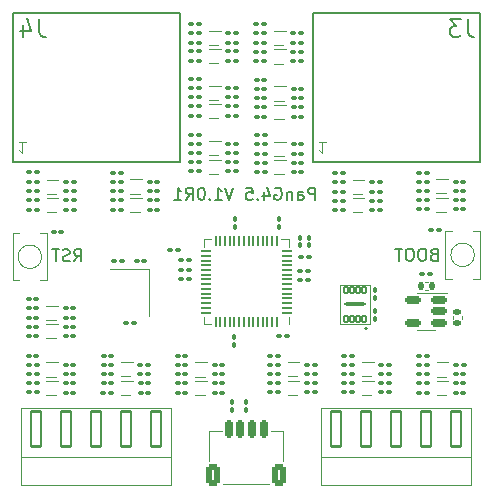
<source format=gbo>
G04 #@! TF.GenerationSoftware,KiCad,Pcbnew,7.0.10-7.0.10~ubuntu22.04.1*
G04 #@! TF.CreationDate,2024-06-09T21:40:06-07:00*
G04 #@! TF.ProjectId,driver_cplex_rp2040,64726976-6572-45f6-9370-6c65785f7270,rev?*
G04 #@! TF.SameCoordinates,Original*
G04 #@! TF.FileFunction,Legend,Bot*
G04 #@! TF.FilePolarity,Positive*
%FSLAX46Y46*%
G04 Gerber Fmt 4.6, Leading zero omitted, Abs format (unit mm)*
G04 Created by KiCad (PCBNEW 7.0.10-7.0.10~ubuntu22.04.1) date 2024-06-09 21:40:06*
%MOMM*%
%LPD*%
G01*
G04 APERTURE LIST*
G04 Aperture macros list*
%AMRoundRect*
0 Rectangle with rounded corners*
0 $1 Rounding radius*
0 $2 $3 $4 $5 $6 $7 $8 $9 X,Y pos of 4 corners*
0 Add a 4 corners polygon primitive as box body*
4,1,4,$2,$3,$4,$5,$6,$7,$8,$9,$2,$3,0*
0 Add four circle primitives for the rounded corners*
1,1,$1+$1,$2,$3*
1,1,$1+$1,$4,$5*
1,1,$1+$1,$6,$7*
1,1,$1+$1,$8,$9*
0 Add four rect primitives between the rounded corners*
20,1,$1+$1,$2,$3,$4,$5,0*
20,1,$1+$1,$4,$5,$6,$7,0*
20,1,$1+$1,$6,$7,$8,$9,0*
20,1,$1+$1,$8,$9,$2,$3,0*%
G04 Aperture macros list end*
%ADD10C,0.203200*%
%ADD11C,0.150000*%
%ADD12C,0.100000*%
%ADD13C,0.120000*%
%ADD14C,0.200000*%
%ADD15RoundRect,0.100000X0.130000X0.100000X-0.130000X0.100000X-0.130000X-0.100000X0.130000X-0.100000X0*%
%ADD16RoundRect,0.100000X-0.130000X-0.100000X0.130000X-0.100000X0.130000X0.100000X-0.130000X0.100000X0*%
%ADD17R,0.350000X0.200000*%
%ADD18RoundRect,0.140000X-0.140000X-0.170000X0.140000X-0.170000X0.140000X0.170000X-0.140000X0.170000X0*%
%ADD19RoundRect,0.150000X0.150000X0.625000X-0.150000X0.625000X-0.150000X-0.625000X0.150000X-0.625000X0*%
%ADD20RoundRect,0.250000X0.350000X0.650000X-0.350000X0.650000X-0.350000X-0.650000X0.350000X-0.650000X0*%
%ADD21R,1.800000X1.350000*%
%ADD22RoundRect,0.102000X-0.408000X-1.483000X0.408000X-1.483000X0.408000X1.483000X-0.408000X1.483000X0*%
%ADD23RoundRect,0.102000X0.175000X-0.245000X0.175000X0.245000X-0.175000X0.245000X-0.175000X-0.245000X0*%
%ADD24RoundRect,0.102000X-0.175000X0.245000X-0.175000X-0.245000X0.175000X-0.245000X0.175000X0.245000X0*%
%ADD25RoundRect,0.102000X0.800000X-0.100000X0.800000X0.100000X-0.800000X0.100000X-0.800000X-0.100000X0*%
%ADD26RoundRect,0.100000X-0.100000X0.130000X-0.100000X-0.130000X0.100000X-0.130000X0.100000X0.130000X0*%
%ADD27R,1.200000X1.400000*%
%ADD28RoundRect,0.100000X0.100000X-0.130000X0.100000X0.130000X-0.100000X0.130000X-0.100000X-0.130000X0*%
%ADD29RoundRect,0.050000X0.050000X-0.387500X0.050000X0.387500X-0.050000X0.387500X-0.050000X-0.387500X0*%
%ADD30RoundRect,0.050000X0.387500X-0.050000X0.387500X0.050000X-0.387500X0.050000X-0.387500X-0.050000X0*%
%ADD31R,3.200000X3.200000*%
%ADD32RoundRect,0.150000X0.512500X0.150000X-0.512500X0.150000X-0.512500X-0.150000X0.512500X-0.150000X0*%
%ADD33RoundRect,0.140000X0.170000X-0.140000X0.170000X0.140000X-0.170000X0.140000X-0.170000X-0.140000X0*%
G04 APERTURE END LIST*
D10*
X85878856Y-70437263D02*
X85733713Y-70485644D01*
X85733713Y-70485644D02*
X85685332Y-70534025D01*
X85685332Y-70534025D02*
X85636951Y-70630787D01*
X85636951Y-70630787D02*
X85636951Y-70775930D01*
X85636951Y-70775930D02*
X85685332Y-70872692D01*
X85685332Y-70872692D02*
X85733713Y-70921073D01*
X85733713Y-70921073D02*
X85830475Y-70969453D01*
X85830475Y-70969453D02*
X86217523Y-70969453D01*
X86217523Y-70969453D02*
X86217523Y-69953453D01*
X86217523Y-69953453D02*
X85878856Y-69953453D01*
X85878856Y-69953453D02*
X85782094Y-70001834D01*
X85782094Y-70001834D02*
X85733713Y-70050215D01*
X85733713Y-70050215D02*
X85685332Y-70146977D01*
X85685332Y-70146977D02*
X85685332Y-70243739D01*
X85685332Y-70243739D02*
X85733713Y-70340501D01*
X85733713Y-70340501D02*
X85782094Y-70388882D01*
X85782094Y-70388882D02*
X85878856Y-70437263D01*
X85878856Y-70437263D02*
X86217523Y-70437263D01*
X85007999Y-69953453D02*
X84814475Y-69953453D01*
X84814475Y-69953453D02*
X84717713Y-70001834D01*
X84717713Y-70001834D02*
X84620951Y-70098596D01*
X84620951Y-70098596D02*
X84572570Y-70292120D01*
X84572570Y-70292120D02*
X84572570Y-70630787D01*
X84572570Y-70630787D02*
X84620951Y-70824311D01*
X84620951Y-70824311D02*
X84717713Y-70921073D01*
X84717713Y-70921073D02*
X84814475Y-70969453D01*
X84814475Y-70969453D02*
X85007999Y-70969453D01*
X85007999Y-70969453D02*
X85104761Y-70921073D01*
X85104761Y-70921073D02*
X85201523Y-70824311D01*
X85201523Y-70824311D02*
X85249904Y-70630787D01*
X85249904Y-70630787D02*
X85249904Y-70292120D01*
X85249904Y-70292120D02*
X85201523Y-70098596D01*
X85201523Y-70098596D02*
X85104761Y-70001834D01*
X85104761Y-70001834D02*
X85007999Y-69953453D01*
X83943618Y-69953453D02*
X83750094Y-69953453D01*
X83750094Y-69953453D02*
X83653332Y-70001834D01*
X83653332Y-70001834D02*
X83556570Y-70098596D01*
X83556570Y-70098596D02*
X83508189Y-70292120D01*
X83508189Y-70292120D02*
X83508189Y-70630787D01*
X83508189Y-70630787D02*
X83556570Y-70824311D01*
X83556570Y-70824311D02*
X83653332Y-70921073D01*
X83653332Y-70921073D02*
X83750094Y-70969453D01*
X83750094Y-70969453D02*
X83943618Y-70969453D01*
X83943618Y-70969453D02*
X84040380Y-70921073D01*
X84040380Y-70921073D02*
X84137142Y-70824311D01*
X84137142Y-70824311D02*
X84185523Y-70630787D01*
X84185523Y-70630787D02*
X84185523Y-70292120D01*
X84185523Y-70292120D02*
X84137142Y-70098596D01*
X84137142Y-70098596D02*
X84040380Y-70001834D01*
X84040380Y-70001834D02*
X83943618Y-69953453D01*
X83217904Y-69953453D02*
X82637332Y-69953453D01*
X82927618Y-70969453D02*
X82927618Y-69953453D01*
X55426380Y-71009453D02*
X55765047Y-70525644D01*
X56006952Y-71009453D02*
X56006952Y-69993453D01*
X56006952Y-69993453D02*
X55619904Y-69993453D01*
X55619904Y-69993453D02*
X55523142Y-70041834D01*
X55523142Y-70041834D02*
X55474761Y-70090215D01*
X55474761Y-70090215D02*
X55426380Y-70186977D01*
X55426380Y-70186977D02*
X55426380Y-70332120D01*
X55426380Y-70332120D02*
X55474761Y-70428882D01*
X55474761Y-70428882D02*
X55523142Y-70477263D01*
X55523142Y-70477263D02*
X55619904Y-70525644D01*
X55619904Y-70525644D02*
X56006952Y-70525644D01*
X55039333Y-70961073D02*
X54894190Y-71009453D01*
X54894190Y-71009453D02*
X54652285Y-71009453D01*
X54652285Y-71009453D02*
X54555523Y-70961073D01*
X54555523Y-70961073D02*
X54507142Y-70912692D01*
X54507142Y-70912692D02*
X54458761Y-70815930D01*
X54458761Y-70815930D02*
X54458761Y-70719168D01*
X54458761Y-70719168D02*
X54507142Y-70622406D01*
X54507142Y-70622406D02*
X54555523Y-70574025D01*
X54555523Y-70574025D02*
X54652285Y-70525644D01*
X54652285Y-70525644D02*
X54845809Y-70477263D01*
X54845809Y-70477263D02*
X54942571Y-70428882D01*
X54942571Y-70428882D02*
X54990952Y-70380501D01*
X54990952Y-70380501D02*
X55039333Y-70283739D01*
X55039333Y-70283739D02*
X55039333Y-70186977D01*
X55039333Y-70186977D02*
X54990952Y-70090215D01*
X54990952Y-70090215D02*
X54942571Y-70041834D01*
X54942571Y-70041834D02*
X54845809Y-69993453D01*
X54845809Y-69993453D02*
X54603904Y-69993453D01*
X54603904Y-69993453D02*
X54458761Y-70041834D01*
X54168476Y-69993453D02*
X53587904Y-69993453D01*
X53878190Y-71009453D02*
X53878190Y-69993453D01*
X75816666Y-65799453D02*
X75816666Y-64783453D01*
X75816666Y-64783453D02*
X75429618Y-64783453D01*
X75429618Y-64783453D02*
X75332856Y-64831834D01*
X75332856Y-64831834D02*
X75284475Y-64880215D01*
X75284475Y-64880215D02*
X75236094Y-64976977D01*
X75236094Y-64976977D02*
X75236094Y-65122120D01*
X75236094Y-65122120D02*
X75284475Y-65218882D01*
X75284475Y-65218882D02*
X75332856Y-65267263D01*
X75332856Y-65267263D02*
X75429618Y-65315644D01*
X75429618Y-65315644D02*
X75816666Y-65315644D01*
X74365237Y-65799453D02*
X74365237Y-65267263D01*
X74365237Y-65267263D02*
X74413618Y-65170501D01*
X74413618Y-65170501D02*
X74510380Y-65122120D01*
X74510380Y-65122120D02*
X74703904Y-65122120D01*
X74703904Y-65122120D02*
X74800666Y-65170501D01*
X74365237Y-65751073D02*
X74461999Y-65799453D01*
X74461999Y-65799453D02*
X74703904Y-65799453D01*
X74703904Y-65799453D02*
X74800666Y-65751073D01*
X74800666Y-65751073D02*
X74849047Y-65654311D01*
X74849047Y-65654311D02*
X74849047Y-65557549D01*
X74849047Y-65557549D02*
X74800666Y-65460787D01*
X74800666Y-65460787D02*
X74703904Y-65412406D01*
X74703904Y-65412406D02*
X74461999Y-65412406D01*
X74461999Y-65412406D02*
X74365237Y-65364025D01*
X73881428Y-65122120D02*
X73881428Y-65799453D01*
X73881428Y-65218882D02*
X73833047Y-65170501D01*
X73833047Y-65170501D02*
X73736285Y-65122120D01*
X73736285Y-65122120D02*
X73591142Y-65122120D01*
X73591142Y-65122120D02*
X73494380Y-65170501D01*
X73494380Y-65170501D02*
X73445999Y-65267263D01*
X73445999Y-65267263D02*
X73445999Y-65799453D01*
X72429999Y-64831834D02*
X72526761Y-64783453D01*
X72526761Y-64783453D02*
X72671904Y-64783453D01*
X72671904Y-64783453D02*
X72817047Y-64831834D01*
X72817047Y-64831834D02*
X72913809Y-64928596D01*
X72913809Y-64928596D02*
X72962190Y-65025358D01*
X72962190Y-65025358D02*
X73010571Y-65218882D01*
X73010571Y-65218882D02*
X73010571Y-65364025D01*
X73010571Y-65364025D02*
X72962190Y-65557549D01*
X72962190Y-65557549D02*
X72913809Y-65654311D01*
X72913809Y-65654311D02*
X72817047Y-65751073D01*
X72817047Y-65751073D02*
X72671904Y-65799453D01*
X72671904Y-65799453D02*
X72575142Y-65799453D01*
X72575142Y-65799453D02*
X72429999Y-65751073D01*
X72429999Y-65751073D02*
X72381618Y-65702692D01*
X72381618Y-65702692D02*
X72381618Y-65364025D01*
X72381618Y-65364025D02*
X72575142Y-65364025D01*
X71510761Y-65122120D02*
X71510761Y-65799453D01*
X71752666Y-64735073D02*
X71994571Y-65460787D01*
X71994571Y-65460787D02*
X71365618Y-65460787D01*
X70978571Y-65702692D02*
X70930190Y-65751073D01*
X70930190Y-65751073D02*
X70978571Y-65799453D01*
X70978571Y-65799453D02*
X71026952Y-65751073D01*
X71026952Y-65751073D02*
X70978571Y-65702692D01*
X70978571Y-65702692D02*
X70978571Y-65799453D01*
X70010951Y-64783453D02*
X70494761Y-64783453D01*
X70494761Y-64783453D02*
X70543142Y-65267263D01*
X70543142Y-65267263D02*
X70494761Y-65218882D01*
X70494761Y-65218882D02*
X70397999Y-65170501D01*
X70397999Y-65170501D02*
X70156094Y-65170501D01*
X70156094Y-65170501D02*
X70059332Y-65218882D01*
X70059332Y-65218882D02*
X70010951Y-65267263D01*
X70010951Y-65267263D02*
X69962570Y-65364025D01*
X69962570Y-65364025D02*
X69962570Y-65605930D01*
X69962570Y-65605930D02*
X70010951Y-65702692D01*
X70010951Y-65702692D02*
X70059332Y-65751073D01*
X70059332Y-65751073D02*
X70156094Y-65799453D01*
X70156094Y-65799453D02*
X70397999Y-65799453D01*
X70397999Y-65799453D02*
X70494761Y-65751073D01*
X70494761Y-65751073D02*
X70543142Y-65702692D01*
X68898190Y-64783453D02*
X68559523Y-65799453D01*
X68559523Y-65799453D02*
X68220856Y-64783453D01*
X67349999Y-65799453D02*
X67930571Y-65799453D01*
X67640285Y-65799453D02*
X67640285Y-64783453D01*
X67640285Y-64783453D02*
X67737047Y-64928596D01*
X67737047Y-64928596D02*
X67833809Y-65025358D01*
X67833809Y-65025358D02*
X67930571Y-65073739D01*
X66914571Y-65702692D02*
X66866190Y-65751073D01*
X66866190Y-65751073D02*
X66914571Y-65799453D01*
X66914571Y-65799453D02*
X66962952Y-65751073D01*
X66962952Y-65751073D02*
X66914571Y-65702692D01*
X66914571Y-65702692D02*
X66914571Y-65799453D01*
X66237237Y-64783453D02*
X66140475Y-64783453D01*
X66140475Y-64783453D02*
X66043713Y-64831834D01*
X66043713Y-64831834D02*
X65995332Y-64880215D01*
X65995332Y-64880215D02*
X65946951Y-64976977D01*
X65946951Y-64976977D02*
X65898570Y-65170501D01*
X65898570Y-65170501D02*
X65898570Y-65412406D01*
X65898570Y-65412406D02*
X65946951Y-65605930D01*
X65946951Y-65605930D02*
X65995332Y-65702692D01*
X65995332Y-65702692D02*
X66043713Y-65751073D01*
X66043713Y-65751073D02*
X66140475Y-65799453D01*
X66140475Y-65799453D02*
X66237237Y-65799453D01*
X66237237Y-65799453D02*
X66333999Y-65751073D01*
X66333999Y-65751073D02*
X66382380Y-65702692D01*
X66382380Y-65702692D02*
X66430761Y-65605930D01*
X66430761Y-65605930D02*
X66479142Y-65412406D01*
X66479142Y-65412406D02*
X66479142Y-65170501D01*
X66479142Y-65170501D02*
X66430761Y-64976977D01*
X66430761Y-64976977D02*
X66382380Y-64880215D01*
X66382380Y-64880215D02*
X66333999Y-64831834D01*
X66333999Y-64831834D02*
X66237237Y-64783453D01*
X64882570Y-65799453D02*
X65221237Y-65315644D01*
X65463142Y-65799453D02*
X65463142Y-64783453D01*
X65463142Y-64783453D02*
X65076094Y-64783453D01*
X65076094Y-64783453D02*
X64979332Y-64831834D01*
X64979332Y-64831834D02*
X64930951Y-64880215D01*
X64930951Y-64880215D02*
X64882570Y-64976977D01*
X64882570Y-64976977D02*
X64882570Y-65122120D01*
X64882570Y-65122120D02*
X64930951Y-65218882D01*
X64930951Y-65218882D02*
X64979332Y-65267263D01*
X64979332Y-65267263D02*
X65076094Y-65315644D01*
X65076094Y-65315644D02*
X65463142Y-65315644D01*
X63914951Y-65799453D02*
X64495523Y-65799453D01*
X64205237Y-65799453D02*
X64205237Y-64783453D01*
X64205237Y-64783453D02*
X64301999Y-64928596D01*
X64301999Y-64928596D02*
X64398761Y-65025358D01*
X64398761Y-65025358D02*
X64495523Y-65073739D01*
D11*
X88749999Y-50526128D02*
X88749999Y-51597557D01*
X88749999Y-51597557D02*
X88821428Y-51811842D01*
X88821428Y-51811842D02*
X88964285Y-51954700D01*
X88964285Y-51954700D02*
X89178571Y-52026128D01*
X89178571Y-52026128D02*
X89321428Y-52026128D01*
X88178571Y-50526128D02*
X87249999Y-50526128D01*
X87249999Y-50526128D02*
X87749999Y-51097557D01*
X87749999Y-51097557D02*
X87535714Y-51097557D01*
X87535714Y-51097557D02*
X87392857Y-51168985D01*
X87392857Y-51168985D02*
X87321428Y-51240414D01*
X87321428Y-51240414D02*
X87249999Y-51383271D01*
X87249999Y-51383271D02*
X87249999Y-51740414D01*
X87249999Y-51740414D02*
X87321428Y-51883271D01*
X87321428Y-51883271D02*
X87392857Y-51954700D01*
X87392857Y-51954700D02*
X87535714Y-52026128D01*
X87535714Y-52026128D02*
X87964285Y-52026128D01*
X87964285Y-52026128D02*
X88107142Y-51954700D01*
X88107142Y-51954700D02*
X88178571Y-51883271D01*
D12*
X76727693Y-60877580D02*
X76156265Y-60877580D01*
X76441979Y-60877580D02*
X76441979Y-61877580D01*
X76441979Y-61877580D02*
X76346741Y-61734723D01*
X76346741Y-61734723D02*
X76251503Y-61639485D01*
X76251503Y-61639485D02*
X76156265Y-61591866D01*
D11*
X52439999Y-50486128D02*
X52439999Y-51557557D01*
X52439999Y-51557557D02*
X52511428Y-51771842D01*
X52511428Y-51771842D02*
X52654285Y-51914700D01*
X52654285Y-51914700D02*
X52868571Y-51986128D01*
X52868571Y-51986128D02*
X53011428Y-51986128D01*
X51082857Y-50986128D02*
X51082857Y-51986128D01*
X51439999Y-50414700D02*
X51797142Y-51486128D01*
X51797142Y-51486128D02*
X50868571Y-51486128D01*
D12*
X51327693Y-60877580D02*
X50756265Y-60877580D01*
X51041979Y-60877580D02*
X51041979Y-61877580D01*
X51041979Y-61877580D02*
X50946741Y-61734723D01*
X50946741Y-61734723D02*
X50851503Y-61639485D01*
X50851503Y-61639485D02*
X50756265Y-61591866D01*
D13*
X73510000Y-80760000D02*
X74310000Y-80760000D01*
X73510000Y-79560000D02*
X74510000Y-79560000D01*
X85132164Y-72730000D02*
X85347836Y-72730000D01*
X85132164Y-73450000D02*
X85347836Y-73450000D01*
X59397400Y-80764400D02*
X60197400Y-80764400D01*
X59397400Y-79564400D02*
X60397400Y-79564400D01*
X53075000Y-77540000D02*
X53875000Y-77540000D01*
X53075000Y-76340000D02*
X54075000Y-76340000D01*
X86115000Y-82330000D02*
X86915000Y-82330000D01*
X86115000Y-81130000D02*
X87115000Y-81130000D01*
X73110000Y-87915000D02*
X73110000Y-85415000D01*
X73110000Y-85415000D02*
X72060000Y-85415000D01*
X71940000Y-89885000D02*
X68060000Y-89885000D01*
X66890000Y-87915000D02*
X66890000Y-85415000D01*
X66890000Y-85415000D02*
X67940000Y-85415000D01*
X59397400Y-82325000D02*
X60197400Y-82325000D01*
X59397400Y-81125000D02*
X60397400Y-81125000D01*
D12*
X86870000Y-68470000D02*
X89770000Y-68470000D01*
X89770000Y-68470000D02*
X89770000Y-72470000D01*
X89770000Y-72470000D02*
X86870000Y-72470000D01*
X86870000Y-72470000D02*
X86870000Y-68470000D01*
X89312472Y-70470000D02*
G75*
G03*
X87327528Y-70470000I-992472J0D01*
G01*
X87327528Y-70470000D02*
G75*
G03*
X89312472Y-70470000I992472J0D01*
G01*
D13*
X86115000Y-80770000D02*
X86915000Y-80770000D01*
X86115000Y-79570000D02*
X87115000Y-79570000D01*
X66845000Y-58900000D02*
X67645000Y-58900000D01*
X66845000Y-57700000D02*
X67845000Y-57700000D01*
X66845000Y-57340000D02*
X67645000Y-57340000D01*
X66845000Y-56140000D02*
X67845000Y-56140000D01*
X60195000Y-66840000D02*
X60995000Y-66840000D01*
X60195000Y-65640000D02*
X61195000Y-65640000D01*
X79785000Y-80760000D02*
X80585000Y-80760000D01*
X79785000Y-79560000D02*
X80785000Y-79560000D01*
X86105000Y-65260000D02*
X86905000Y-65260000D01*
X86105000Y-64060000D02*
X87105000Y-64060000D01*
D12*
X76350000Y-87582000D02*
X89040000Y-87582000D01*
X89040000Y-87582000D02*
X89040000Y-83447000D01*
X89040000Y-83447000D02*
X76350000Y-83447000D01*
X76350000Y-83447000D02*
X76350000Y-87582000D01*
X76350000Y-89917000D02*
X89040000Y-89917000D01*
X89040000Y-89917000D02*
X89040000Y-87582000D01*
X89040000Y-87582000D02*
X76350000Y-87582000D01*
X76350000Y-87582000D02*
X76350000Y-89917000D01*
D13*
X60195000Y-65280000D02*
X60995000Y-65280000D01*
X60195000Y-64080000D02*
X61195000Y-64080000D01*
X53085000Y-80770000D02*
X53885000Y-80770000D01*
X53085000Y-79570000D02*
X54085000Y-79570000D01*
D12*
X77960000Y-76350000D02*
X77961000Y-76220000D01*
X80440000Y-76350000D02*
X77960000Y-76350000D01*
X77961000Y-76220000D02*
X77961000Y-73120000D01*
X80439000Y-76220000D02*
X80440000Y-76350000D01*
X80439000Y-76220000D02*
X80439000Y-73120000D01*
X80439000Y-73120000D02*
X80440000Y-72990000D01*
X77960000Y-72990000D02*
X77961000Y-73120000D01*
X80440000Y-72990000D02*
X77960000Y-72990000D01*
D14*
X80240000Y-76680000D02*
G75*
G03*
X80040000Y-76680000I-100000J0D01*
G01*
X80040000Y-76680000D02*
G75*
G03*
X80240000Y-76680000I100000J0D01*
G01*
D13*
X53105000Y-65290000D02*
X53905000Y-65290000D01*
X53105000Y-64090000D02*
X54105000Y-64090000D01*
X53105000Y-66850000D02*
X53905000Y-66850000D01*
X53105000Y-65650000D02*
X54105000Y-65650000D01*
D12*
X53130000Y-72635000D02*
X50230000Y-72635000D01*
X50230000Y-72635000D02*
X50230000Y-68635000D01*
X50230000Y-68635000D02*
X53130000Y-68635000D01*
X53130000Y-68635000D02*
X53130000Y-72635000D01*
X52672472Y-70635000D02*
G75*
G03*
X50687528Y-70635000I-992472J0D01*
G01*
X50687528Y-70635000D02*
G75*
G03*
X52672472Y-70635000I992472J0D01*
G01*
D13*
X61750000Y-71670000D02*
X61750000Y-75670000D01*
X58450000Y-71670000D02*
X61750000Y-71670000D01*
X66825000Y-62050000D02*
X67625000Y-62050000D01*
X66825000Y-60850000D02*
X67825000Y-60850000D01*
X79785000Y-82320000D02*
X80585000Y-82320000D01*
X79785000Y-81120000D02*
X80785000Y-81120000D01*
D12*
X50950000Y-87582000D02*
X63640000Y-87582000D01*
X63640000Y-87582000D02*
X63640000Y-83447000D01*
X63640000Y-83447000D02*
X50950000Y-83447000D01*
X50950000Y-83447000D02*
X50950000Y-87582000D01*
X50950000Y-89917000D02*
X63640000Y-89917000D01*
X63640000Y-89917000D02*
X63640000Y-87582000D01*
X63640000Y-87582000D02*
X50950000Y-87582000D01*
X50950000Y-87582000D02*
X50950000Y-89917000D01*
D13*
X53085000Y-82330000D02*
X53885000Y-82330000D01*
X53085000Y-81130000D02*
X54085000Y-81130000D01*
X66390000Y-76360000D02*
X67040000Y-76360000D01*
X66390000Y-75710000D02*
X66390000Y-76360000D01*
X73610000Y-75710000D02*
X73610000Y-76360000D01*
X66390000Y-69790000D02*
X66390000Y-69140000D01*
X73610000Y-69790000D02*
X73610000Y-69140000D01*
X66390000Y-69140000D02*
X67040000Y-69140000D01*
X73610000Y-69140000D02*
X72960000Y-69140000D01*
X72365000Y-57410000D02*
X73165000Y-57410000D01*
X72365000Y-56210000D02*
X73365000Y-56210000D01*
X72365000Y-58970000D02*
X73165000Y-58970000D01*
X72365000Y-57770000D02*
X73365000Y-57770000D01*
X72390000Y-62090000D02*
X73190000Y-62090000D01*
X72390000Y-60890000D02*
X73390000Y-60890000D01*
X66825000Y-63610000D02*
X67625000Y-63610000D01*
X66825000Y-62410000D02*
X67825000Y-62410000D01*
X72325000Y-52720000D02*
X73125000Y-52720000D01*
X72325000Y-51520000D02*
X73325000Y-51520000D01*
X72325000Y-54280000D02*
X73125000Y-54280000D01*
X72325000Y-53080000D02*
X73325000Y-53080000D01*
X53075000Y-75980000D02*
X53875000Y-75980000D01*
X53075000Y-74780000D02*
X54075000Y-74780000D01*
D14*
X75645990Y-50000000D02*
X89754010Y-50000000D01*
X75645990Y-62582990D02*
X75645990Y-50000000D01*
X89754010Y-50000000D02*
X89754010Y-62582990D01*
X89754010Y-62582990D02*
X75645990Y-62582990D01*
D13*
X65695000Y-80780000D02*
X66495000Y-80780000D01*
X65695000Y-79580000D02*
X66695000Y-79580000D01*
X66835000Y-54250000D02*
X67635000Y-54250000D01*
X66835000Y-53050000D02*
X67835000Y-53050000D01*
X65695000Y-82340000D02*
X66495000Y-82340000D01*
X65695000Y-81140000D02*
X66695000Y-81140000D01*
X72390000Y-63650000D02*
X73190000Y-63650000D01*
X72390000Y-62450000D02*
X73390000Y-62450000D01*
X79005000Y-65310000D02*
X79805000Y-65310000D01*
X79005000Y-64110000D02*
X80005000Y-64110000D01*
D14*
X50245990Y-50000000D02*
X64354010Y-50000000D01*
X50245990Y-62582990D02*
X50245990Y-50000000D01*
X64354010Y-50000000D02*
X64354010Y-62582990D01*
X64354010Y-62582990D02*
X50245990Y-62582990D01*
D13*
X85221000Y-76813200D02*
X86021000Y-76813200D01*
X85221000Y-76813200D02*
X84421000Y-76813200D01*
X85221000Y-73693200D02*
X87021000Y-73693200D01*
X85221000Y-73693200D02*
X84421000Y-73693200D01*
X66835000Y-52690000D02*
X67635000Y-52690000D01*
X66835000Y-51490000D02*
X67835000Y-51490000D01*
X86105000Y-66820000D02*
X86905000Y-66820000D01*
X86105000Y-65620000D02*
X87105000Y-65620000D01*
X79005000Y-66870000D02*
X79805000Y-66870000D01*
X79005000Y-65670000D02*
X80005000Y-65670000D01*
X87510000Y-75867836D02*
X87510000Y-75652164D01*
X88230000Y-75867836D02*
X88230000Y-75652164D01*
X73510000Y-82320000D02*
X74310000Y-82320000D01*
X73510000Y-81120000D02*
X74510000Y-81120000D01*
%LPC*%
D15*
X55355000Y-77340000D03*
X54715000Y-77340000D03*
X61688400Y-82125800D03*
X61048400Y-82125800D03*
X78945000Y-79000000D03*
X78305000Y-79000000D03*
X85265000Y-79770000D03*
X84625000Y-79770000D03*
X71485000Y-51720000D03*
X70845000Y-51720000D03*
D16*
X81435000Y-80560000D03*
X82075000Y-80560000D03*
D17*
X74335000Y-79810000D03*
X74335000Y-80160000D03*
X74335000Y-80510000D03*
X73485000Y-80510000D03*
X73485000Y-80160000D03*
X73485000Y-79810000D03*
D16*
X70845000Y-52520000D03*
X71485000Y-52520000D03*
X87745000Y-65060000D03*
X88385000Y-65060000D03*
X87745000Y-65820000D03*
X88385000Y-65820000D03*
D15*
X52240000Y-79000000D03*
X51600000Y-79000000D03*
X86280000Y-68400000D03*
X85640000Y-68400000D03*
D16*
X60745000Y-71010000D03*
X61385000Y-71010000D03*
D18*
X84760000Y-73090000D03*
X85720000Y-73090000D03*
D17*
X60222400Y-79814400D03*
X60222400Y-80164400D03*
X60222400Y-80514400D03*
X59372400Y-80514400D03*
X59372400Y-80164400D03*
X59372400Y-79814400D03*
D15*
X52265000Y-66650000D03*
X51625000Y-66650000D03*
D16*
X84635000Y-81330000D03*
X85275000Y-81330000D03*
D17*
X53900000Y-76590000D03*
X53900000Y-76940000D03*
X53900000Y-77290000D03*
X53050000Y-77290000D03*
X53050000Y-76940000D03*
X53050000Y-76590000D03*
D15*
X82070000Y-82120000D03*
X81430000Y-82120000D03*
X65985000Y-63410000D03*
X65345000Y-63410000D03*
D17*
X86940000Y-81380000D03*
X86940000Y-81730000D03*
X86940000Y-82080000D03*
X86090000Y-82080000D03*
X86090000Y-81730000D03*
X86090000Y-81380000D03*
D16*
X68475000Y-53250000D03*
X69115000Y-53250000D03*
X74030000Y-62650000D03*
X74670000Y-62650000D03*
X61044200Y-80551000D03*
X61684200Y-80551000D03*
D19*
X71500000Y-85200000D03*
X70500000Y-85200000D03*
X69500000Y-85200000D03*
X68500000Y-85200000D03*
D20*
X72800000Y-89075000D03*
X67200000Y-89075000D03*
D16*
X70845000Y-53280000D03*
X71485000Y-53280000D03*
D17*
X60222400Y-81375000D03*
X60222400Y-81725000D03*
X60222400Y-82075000D03*
X59372400Y-82075000D03*
X59372400Y-81725000D03*
X59372400Y-81375000D03*
D15*
X85265000Y-63500000D03*
X84625000Y-63500000D03*
D16*
X58715000Y-65080000D03*
X59355000Y-65080000D03*
D21*
X88320000Y-68395000D03*
X88320000Y-72545000D03*
D15*
X59355000Y-66640000D03*
X58715000Y-66640000D03*
D17*
X86940000Y-79820000D03*
X86940000Y-80170000D03*
X86940000Y-80520000D03*
X86090000Y-80520000D03*
X86090000Y-80170000D03*
X86090000Y-79820000D03*
D16*
X70885000Y-57970000D03*
X71525000Y-57970000D03*
D17*
X67670000Y-57950000D03*
X67670000Y-58300000D03*
X67670000Y-58650000D03*
X66820000Y-58650000D03*
X66820000Y-58300000D03*
X66820000Y-57950000D03*
X67670000Y-56390000D03*
X67670000Y-56740000D03*
X67670000Y-57090000D03*
X66820000Y-57090000D03*
X66820000Y-56740000D03*
X66820000Y-56390000D03*
D16*
X73965000Y-52520000D03*
X74605000Y-52520000D03*
X84635000Y-80570000D03*
X85275000Y-80570000D03*
X81440000Y-81330000D03*
X82080000Y-81330000D03*
D15*
X67980000Y-82140000D03*
X67340000Y-82140000D03*
X88385000Y-66620000D03*
X87745000Y-66620000D03*
D17*
X61020000Y-65890000D03*
X61020000Y-66240000D03*
X61020000Y-66590000D03*
X60170000Y-66590000D03*
X60170000Y-66240000D03*
X60170000Y-65890000D03*
D15*
X71525000Y-58770000D03*
X70885000Y-58770000D03*
D16*
X74030000Y-61090000D03*
X74670000Y-61090000D03*
X65365000Y-57900000D03*
X66005000Y-57900000D03*
D17*
X80610000Y-79810000D03*
X80610000Y-80160000D03*
X80610000Y-80510000D03*
X79760000Y-80510000D03*
X79760000Y-80160000D03*
X79760000Y-79810000D03*
X86930000Y-64310000D03*
X86930000Y-64660000D03*
X86930000Y-65010000D03*
X86080000Y-65010000D03*
X86080000Y-64660000D03*
X86080000Y-64310000D03*
D15*
X66005000Y-55580000D03*
X65365000Y-55580000D03*
D16*
X64495000Y-70920000D03*
X65135000Y-70920000D03*
X51605000Y-80570000D03*
X52245000Y-80570000D03*
X68465000Y-61050000D03*
X69105000Y-61050000D03*
D15*
X52235000Y-77340000D03*
X51595000Y-77340000D03*
X65995000Y-51690000D03*
X65355000Y-51690000D03*
D16*
X54745000Y-65850000D03*
X55385000Y-65850000D03*
D22*
X77620000Y-85217000D03*
X80160000Y-85217000D03*
X82700000Y-85217000D03*
X85240000Y-85217000D03*
X87780000Y-85217000D03*
D15*
X71530000Y-56410000D03*
X70890000Y-56410000D03*
X65985000Y-61050000D03*
X65345000Y-61050000D03*
X74605000Y-54080000D03*
X73965000Y-54080000D03*
X85265000Y-64260000D03*
X84625000Y-64260000D03*
D16*
X68485000Y-57900000D03*
X69125000Y-57900000D03*
X80645000Y-65870000D03*
X81285000Y-65870000D03*
X59820000Y-76210000D03*
X60460000Y-76210000D03*
D15*
X52223200Y-74219200D03*
X51583200Y-74219200D03*
D16*
X54715000Y-75780000D03*
X55355000Y-75780000D03*
X64500000Y-71710000D03*
X65140000Y-71710000D03*
X87755000Y-80570000D03*
X88395000Y-80570000D03*
X63575000Y-70070000D03*
X64215000Y-70070000D03*
D15*
X55385000Y-66650000D03*
X54745000Y-66650000D03*
D16*
X68475000Y-51690000D03*
X69115000Y-51690000D03*
X77525000Y-65870000D03*
X78165000Y-65870000D03*
X54735000Y-80570000D03*
X55375000Y-80570000D03*
D17*
X61020000Y-64330000D03*
X61020000Y-64680000D03*
X61020000Y-65030000D03*
X60170000Y-65030000D03*
X60170000Y-64680000D03*
X60170000Y-64330000D03*
D15*
X71525000Y-55650000D03*
X70885000Y-55650000D03*
X71550000Y-63450000D03*
X70910000Y-63450000D03*
D17*
X53910000Y-79820000D03*
X53910000Y-80170000D03*
X53910000Y-80520000D03*
X53060000Y-80520000D03*
X53060000Y-80170000D03*
X53060000Y-79820000D03*
D15*
X78945000Y-79760000D03*
X78305000Y-79760000D03*
X58555000Y-82130000D03*
X57915000Y-82130000D03*
D16*
X58715000Y-65840000D03*
X59355000Y-65840000D03*
X68475000Y-52490000D03*
X69115000Y-52490000D03*
X65345000Y-61850000D03*
X65985000Y-61850000D03*
D23*
X79950000Y-75890000D03*
X79450000Y-75890000D03*
X78950000Y-75890000D03*
X78450000Y-75890000D03*
D24*
X78450000Y-73450000D03*
X78950000Y-73450000D03*
X79450000Y-73450000D03*
X79950000Y-73450000D03*
D25*
X79200000Y-74670000D03*
D16*
X87745000Y-64260000D03*
X88385000Y-64260000D03*
X64215000Y-80580000D03*
X64855000Y-80580000D03*
X54735000Y-81340000D03*
X55375000Y-81340000D03*
X65350000Y-62610000D03*
X65990000Y-62610000D03*
D15*
X85265000Y-66620000D03*
X84625000Y-66620000D03*
X75295000Y-70680000D03*
X74655000Y-70680000D03*
D16*
X68485000Y-57140000D03*
X69125000Y-57140000D03*
D26*
X74530000Y-69020000D03*
X74530000Y-69660000D03*
D15*
X65995000Y-54050000D03*
X65355000Y-54050000D03*
X59355000Y-63520000D03*
X58715000Y-63520000D03*
D16*
X68465000Y-62610000D03*
X69105000Y-62610000D03*
D17*
X53930000Y-64340000D03*
X53930000Y-64690000D03*
X53930000Y-65040000D03*
X53080000Y-65040000D03*
X53080000Y-64690000D03*
X53080000Y-64340000D03*
X53930000Y-65900000D03*
X53930000Y-66250000D03*
X53930000Y-66600000D03*
X53080000Y-66600000D03*
X53080000Y-66250000D03*
X53080000Y-65900000D03*
D21*
X51680000Y-72710000D03*
X51680000Y-68560000D03*
D27*
X60950000Y-72570000D03*
X60950000Y-74770000D03*
X59250000Y-74770000D03*
X59250000Y-72570000D03*
D28*
X80940000Y-74090000D03*
X80940000Y-73450000D03*
D15*
X78945000Y-82120000D03*
X78305000Y-82120000D03*
X75210000Y-72630000D03*
X74570000Y-72630000D03*
D16*
X74030000Y-61890000D03*
X74670000Y-61890000D03*
D17*
X67650000Y-61100000D03*
X67650000Y-61450000D03*
X67650000Y-61800000D03*
X66800000Y-61800000D03*
X66800000Y-61450000D03*
X66800000Y-61100000D03*
D16*
X57920000Y-80570000D03*
X58560000Y-80570000D03*
D17*
X80610000Y-81370000D03*
X80610000Y-81720000D03*
X80610000Y-82070000D03*
X79760000Y-82070000D03*
X79760000Y-81720000D03*
X79760000Y-81370000D03*
D16*
X78305000Y-80560000D03*
X78945000Y-80560000D03*
D15*
X78165000Y-66670000D03*
X77525000Y-66670000D03*
D16*
X65365000Y-57140000D03*
X66005000Y-57140000D03*
D22*
X52220000Y-85217000D03*
X54760000Y-85217000D03*
X57300000Y-85217000D03*
X59840000Y-85217000D03*
X62380000Y-85217000D03*
D16*
X61835000Y-65840000D03*
X62475000Y-65840000D03*
D15*
X85265000Y-79010000D03*
X84625000Y-79010000D03*
D16*
X61044200Y-79763600D03*
X61684200Y-79763600D03*
X51605000Y-81330000D03*
X52245000Y-81330000D03*
D17*
X53910000Y-81380000D03*
X53910000Y-81730000D03*
X53910000Y-82080000D03*
X53060000Y-82080000D03*
X53060000Y-81730000D03*
X53060000Y-81380000D03*
D16*
X74005000Y-56410000D03*
X74645000Y-56410000D03*
X64215000Y-81340000D03*
X64855000Y-81340000D03*
D29*
X72600000Y-76187500D03*
X72200000Y-76187500D03*
X71800000Y-76187500D03*
X71400000Y-76187500D03*
X71000000Y-76187500D03*
X70600000Y-76187500D03*
X70200000Y-76187500D03*
X69800000Y-76187500D03*
X69400000Y-76187500D03*
X69000000Y-76187500D03*
X68600000Y-76187500D03*
X68200000Y-76187500D03*
X67800000Y-76187500D03*
X67400000Y-76187500D03*
D30*
X66562500Y-75350000D03*
X66562500Y-74950000D03*
X66562500Y-74550000D03*
X66562500Y-74150000D03*
X66562500Y-73750000D03*
X66562500Y-73350000D03*
X66562500Y-72950000D03*
X66562500Y-72550000D03*
X66562500Y-72150000D03*
X66562500Y-71750000D03*
X66562500Y-71350000D03*
X66562500Y-70950000D03*
X66562500Y-70550000D03*
X66562500Y-70150000D03*
D29*
X67400000Y-69312500D03*
X67800000Y-69312500D03*
X68200000Y-69312500D03*
X68600000Y-69312500D03*
X69000000Y-69312500D03*
X69400000Y-69312500D03*
X69800000Y-69312500D03*
X70200000Y-69312500D03*
X70600000Y-69312500D03*
X71000000Y-69312500D03*
X71400000Y-69312500D03*
X71800000Y-69312500D03*
X72200000Y-69312500D03*
X72600000Y-69312500D03*
D30*
X73437500Y-70150000D03*
X73437500Y-70550000D03*
X73437500Y-70950000D03*
X73437500Y-71350000D03*
X73437500Y-71750000D03*
X73437500Y-72150000D03*
X73437500Y-72550000D03*
X73437500Y-72950000D03*
X73437500Y-73350000D03*
X73437500Y-73750000D03*
X73437500Y-74150000D03*
X73437500Y-74550000D03*
X73437500Y-74950000D03*
X73437500Y-75350000D03*
D31*
X70000000Y-72750000D03*
D15*
X78165000Y-63540000D03*
X77525000Y-63540000D03*
D17*
X73190000Y-56460000D03*
X73190000Y-56810000D03*
X73190000Y-57160000D03*
X72340000Y-57160000D03*
X72340000Y-56810000D03*
X72340000Y-56460000D03*
D15*
X71550000Y-60330000D03*
X70910000Y-60330000D03*
D28*
X69950000Y-83590000D03*
X69950000Y-82950000D03*
D16*
X70910000Y-61890000D03*
X71550000Y-61890000D03*
D15*
X65995000Y-50930000D03*
X65355000Y-50930000D03*
X81285000Y-66670000D03*
X80645000Y-66670000D03*
D26*
X75350000Y-69020000D03*
X75350000Y-69660000D03*
D16*
X61835000Y-65080000D03*
X62475000Y-65080000D03*
D17*
X73190000Y-58020000D03*
X73190000Y-58370000D03*
X73190000Y-58720000D03*
X72340000Y-58720000D03*
X72340000Y-58370000D03*
X72340000Y-58020000D03*
D16*
X57920000Y-81330000D03*
X58560000Y-81330000D03*
X68465000Y-61850000D03*
X69105000Y-61850000D03*
D17*
X73215000Y-61140000D03*
X73215000Y-61490000D03*
X73215000Y-61840000D03*
X72365000Y-61840000D03*
X72365000Y-61490000D03*
X72365000Y-61140000D03*
X67650000Y-62660000D03*
X67650000Y-63010000D03*
X67650000Y-63360000D03*
X66800000Y-63360000D03*
X66800000Y-63010000D03*
X66800000Y-62660000D03*
D16*
X61835000Y-64280000D03*
X62475000Y-64280000D03*
D15*
X75790000Y-82120000D03*
X75150000Y-82120000D03*
X52245000Y-79770000D03*
X51605000Y-79770000D03*
D26*
X72760000Y-67455000D03*
X72760000Y-68095000D03*
D15*
X64855000Y-82140000D03*
X64215000Y-82140000D03*
D16*
X51595000Y-76540000D03*
X52235000Y-76540000D03*
D17*
X73150000Y-51770000D03*
X73150000Y-52120000D03*
X73150000Y-52470000D03*
X72300000Y-52470000D03*
X72300000Y-52120000D03*
X72300000Y-51770000D03*
D15*
X59355000Y-64280000D03*
X58715000Y-64280000D03*
D16*
X87755000Y-81330000D03*
X88395000Y-81330000D03*
X87760000Y-79770000D03*
X88400000Y-79770000D03*
X70910000Y-62650000D03*
X71550000Y-62650000D03*
D17*
X73150000Y-53330000D03*
X73150000Y-53680000D03*
X73150000Y-54030000D03*
X72300000Y-54030000D03*
X72300000Y-53680000D03*
X72300000Y-53330000D03*
D16*
X74005000Y-57970000D03*
X74645000Y-57970000D03*
D15*
X69105000Y-63410000D03*
X68465000Y-63410000D03*
D16*
X70890000Y-57210000D03*
X71530000Y-57210000D03*
D15*
X64855000Y-79020000D03*
X64215000Y-79020000D03*
X78165000Y-64310000D03*
X77525000Y-64310000D03*
D16*
X73965000Y-53280000D03*
X74605000Y-53280000D03*
X75155000Y-79760000D03*
X75795000Y-79760000D03*
D17*
X53900000Y-75030000D03*
X53900000Y-75380000D03*
X53900000Y-75730000D03*
X53050000Y-75730000D03*
X53050000Y-75380000D03*
X53050000Y-75030000D03*
D16*
X80645000Y-64310000D03*
X81285000Y-64310000D03*
D15*
X69125000Y-58700000D03*
X68485000Y-58700000D03*
D16*
X64510000Y-72550000D03*
X65150000Y-72550000D03*
X67340000Y-80580000D03*
X67980000Y-80580000D03*
D15*
X72670000Y-82120000D03*
X72030000Y-82120000D03*
D17*
X66520000Y-79830000D03*
X66520000Y-80180000D03*
X66520000Y-80530000D03*
X65670000Y-80530000D03*
X65670000Y-80180000D03*
X65670000Y-79830000D03*
X67660000Y-53300000D03*
X67660000Y-53650000D03*
X67660000Y-54000000D03*
X66810000Y-54000000D03*
X66810000Y-53650000D03*
X66810000Y-53300000D03*
D16*
X74005000Y-57210000D03*
X74645000Y-57210000D03*
X80645000Y-65110000D03*
X81285000Y-65110000D03*
D15*
X66005000Y-58700000D03*
X65365000Y-58700000D03*
X66005000Y-56340000D03*
X65365000Y-56340000D03*
X69115000Y-54050000D03*
X68475000Y-54050000D03*
X74670000Y-63450000D03*
X74030000Y-63450000D03*
D16*
X73965000Y-51720000D03*
X74605000Y-51720000D03*
X53705000Y-68570000D03*
X54345000Y-68570000D03*
X51625000Y-65850000D03*
X52265000Y-65850000D03*
D15*
X73445000Y-77300000D03*
X72805000Y-77300000D03*
D16*
X54715000Y-74980000D03*
X55355000Y-74980000D03*
D15*
X74645000Y-58770000D03*
X74005000Y-58770000D03*
D16*
X54745000Y-64290000D03*
X55385000Y-64290000D03*
X84625000Y-65820000D03*
X85265000Y-65820000D03*
D15*
X85275000Y-82130000D03*
X84635000Y-82130000D03*
D16*
X54735000Y-79770000D03*
X55375000Y-79770000D03*
X75150000Y-81320000D03*
X75790000Y-81320000D03*
X67340000Y-81350000D03*
X67980000Y-81350000D03*
D17*
X66520000Y-81390000D03*
X66520000Y-81740000D03*
X66520000Y-82090000D03*
X65670000Y-82090000D03*
X65670000Y-81740000D03*
X65670000Y-81390000D03*
X73215000Y-62700000D03*
X73215000Y-63050000D03*
X73215000Y-63400000D03*
X72365000Y-63400000D03*
X72365000Y-63050000D03*
X72365000Y-62700000D03*
D15*
X65985000Y-60290000D03*
X65345000Y-60290000D03*
D17*
X79830000Y-64360000D03*
X79830000Y-64710000D03*
X79830000Y-65060000D03*
X78980000Y-65060000D03*
X78980000Y-64710000D03*
X78980000Y-64360000D03*
D28*
X69000000Y-78075000D03*
X69000000Y-77435000D03*
D16*
X51595000Y-75780000D03*
X52235000Y-75780000D03*
X67340000Y-79780000D03*
X67980000Y-79780000D03*
D15*
X71550000Y-61090000D03*
X70910000Y-61090000D03*
X62475000Y-66640000D03*
X61835000Y-66640000D03*
D16*
X54745000Y-65090000D03*
X55385000Y-65090000D03*
D15*
X72670000Y-79000000D03*
X72030000Y-79000000D03*
X71485000Y-50960000D03*
X70845000Y-50960000D03*
D26*
X69010000Y-67435000D03*
X69010000Y-68075000D03*
D16*
X65355000Y-53250000D03*
X65995000Y-53250000D03*
X72030000Y-80560000D03*
X72670000Y-80560000D03*
X72030000Y-81320000D03*
X72670000Y-81320000D03*
D15*
X71485000Y-54080000D03*
X70845000Y-54080000D03*
D16*
X81430000Y-79760000D03*
X82070000Y-79760000D03*
X61048400Y-81338400D03*
X61688400Y-81338400D03*
D15*
X59445000Y-71010000D03*
X58805000Y-71010000D03*
X72670000Y-79760000D03*
X72030000Y-79760000D03*
D16*
X84625000Y-65060000D03*
X85265000Y-65060000D03*
X77525000Y-65110000D03*
X78165000Y-65110000D03*
D28*
X68830000Y-83600000D03*
X68830000Y-82960000D03*
D16*
X54715000Y-76550000D03*
X55355000Y-76550000D03*
D32*
X86358500Y-74303200D03*
X86358500Y-75253200D03*
X86358500Y-76203200D03*
X84083500Y-76203200D03*
X84083500Y-74303200D03*
D17*
X67660000Y-51740000D03*
X67660000Y-52090000D03*
X67660000Y-52440000D03*
X66810000Y-52440000D03*
X66810000Y-52090000D03*
X66810000Y-51740000D03*
D16*
X65355000Y-52490000D03*
X65995000Y-52490000D03*
D17*
X86930000Y-65870000D03*
X86930000Y-66220000D03*
X86930000Y-66570000D03*
X86080000Y-66570000D03*
X86080000Y-66220000D03*
X86080000Y-65870000D03*
D15*
X75210000Y-71870000D03*
X74570000Y-71870000D03*
D16*
X68485000Y-56340000D03*
X69125000Y-56340000D03*
D15*
X55375000Y-82130000D03*
X54735000Y-82130000D03*
X52265000Y-64290000D03*
X51625000Y-64290000D03*
D17*
X79830000Y-65920000D03*
X79830000Y-66270000D03*
X79830000Y-66620000D03*
X78980000Y-66620000D03*
X78980000Y-66270000D03*
X78980000Y-65920000D03*
D15*
X52235000Y-74980000D03*
X51595000Y-74980000D03*
D16*
X51645000Y-63490000D03*
X52285000Y-63490000D03*
D15*
X58560000Y-79763600D03*
X57920000Y-79763600D03*
X88395000Y-82130000D03*
X87755000Y-82130000D03*
D16*
X78305000Y-81320000D03*
X78945000Y-81320000D03*
D15*
X52245000Y-82120000D03*
X51605000Y-82120000D03*
D16*
X51625000Y-65090000D03*
X52265000Y-65090000D03*
D33*
X87870000Y-76240000D03*
X87870000Y-75280000D03*
D26*
X80930000Y-75245000D03*
X80930000Y-75885000D03*
D15*
X58565000Y-79000000D03*
X57925000Y-79000000D03*
X85545000Y-72130000D03*
X84905000Y-72130000D03*
X64855000Y-79780000D03*
X64215000Y-79780000D03*
D17*
X74335000Y-81370000D03*
X74335000Y-81720000D03*
X74335000Y-82070000D03*
X73485000Y-82070000D03*
X73485000Y-81720000D03*
X73485000Y-81370000D03*
D16*
X75150000Y-80560000D03*
X75790000Y-80560000D03*
%LPD*%
M02*

</source>
